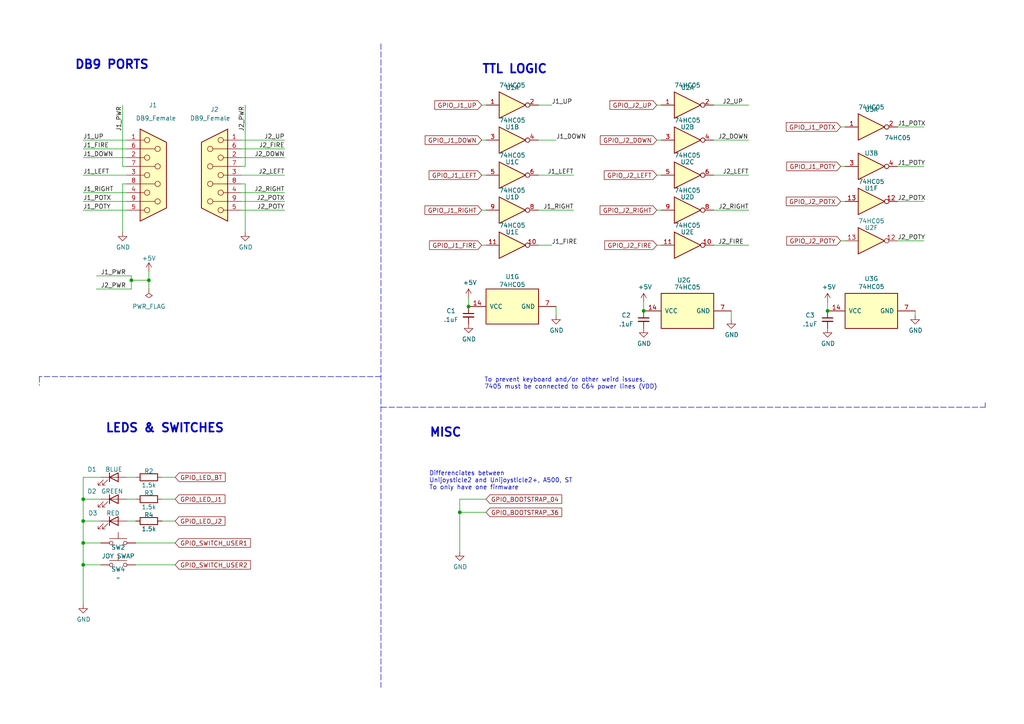
<source format=kicad_sch>
(kicad_sch (version 20211123) (generator eeschema)
  (paper "A4")
  (title_block (title "Unijoysticle 2+") (date "2022-01-02") (rev "H") (company "Retro Moe"))
  (lib_symbols
    (symbol "74xx:74LS05" (pin_names (offset 1.016))
      (property "Reference" "U" (at 0 1.27 0))
      (property "Value" "74LS05" (at 0 -1.27 0))
      (symbol "74LS05_1_0"
        (polyline (pts (xy -3.81 3.81) (xy -3.81 -3.81) (xy 3.81 0) (xy -3.81 3.81)) (stroke (width 0.254)) (fill (type background)))
        (pin input line (at -7.62 0 0) (length 3.81) (name "~") (number "1"))
        (pin open_collector inverted (at 7.62 0 180) (length 3.81) (name "~") (number "2"))
      )
      (symbol "74LS05_2_0"
        (polyline (pts (xy -3.81 3.81) (xy -3.81 -3.81) (xy 3.81 0) (xy -3.81 3.81)) (stroke (width 0.254)) (fill (type background)))
        (pin input line (at -7.62 0 0) (length 3.81) (name "~") (number "3"))
        (pin open_collector inverted (at 7.62 0 180) (length 3.81) (name "~") (number "4"))
      )
      (symbol "74LS05_3_0"
        (polyline (pts (xy -3.81 3.81) (xy -3.81 -3.81) (xy 3.81 0) (xy -3.81 3.81)) (stroke (width 0.254)) (fill (type background)))
        (pin input line (at -7.62 0 0) (length 3.81) (name "~") (number "5"))
        (pin open_collector inverted (at 7.62 0 180) (length 3.81) (name "~") (number "6"))
      )
      (symbol "74LS05_4_0"
        (polyline (pts (xy -3.81 3.81) (xy -3.81 -3.81) (xy 3.81 0) (xy -3.81 3.81)) (stroke (width 0.254)) (fill (type background)))
        (pin open_collector inverted (at 7.62 0 180) (length 3.81) (name "~") (number "8"))
        (pin input line (at -7.62 0 0) (length 3.81) (name "~") (number "9"))
      )
      (symbol "74LS05_5_0"
        (polyline (pts (xy -3.81 3.81) (xy -3.81 -3.81) (xy 3.81 0) (xy -3.81 3.81)) (stroke (width 0.254)) (fill (type background)))
        (pin open_collector inverted (at 7.62 0 180) (length 3.81) (name "~") (number "10"))
        (pin input line (at -7.62 0 0) (length 3.81) (name "~") (number "11"))
      )
      (symbol "74LS05_6_0"
        (polyline (pts (xy -3.81 3.81) (xy -3.81 -3.81) (xy 3.81 0) (xy -3.81 3.81)) (stroke (width 0.254)) (fill (type background)))
        (pin open_collector inverted (at 7.62 0 180) (length 3.81) (name "~") (number "12"))
        (pin input line (at -7.62 0 0) (length 3.81) (name "~") (number "13"))
      )
      (symbol "74LS05_7_0"
        (pin power_in line (at 0 12.7 270) (length 5.08) (name "VCC") (number "14"))
        (pin power_in line (at 0 -12.7 90) (length 5.08) (name "GND") (number "7"))
      )
      (symbol "74LS05_7_1"
        (rectangle (start -5.08 7.62) (end 5.08 -7.62) (stroke (width 0.254)) (fill (type background)))
      )
    )
    (symbol "Connector:DB9_Female" (pin_names (offset 1.016) hide)
      (property "Reference" "J" (at 0 13.97 0))
      (property "Value" "DB9_Female" (at 0 -14.605 0))
      (symbol "DB9_Female_0_1"
        (circle (center -1.778 -10.16) (radius 0.762))
        (circle (center -1.778 -5.08) (radius 0.762))
        (circle (center -1.778 0) (radius 0.762))
        (circle (center -1.778 5.08) (radius 0.762))
        (circle (center -1.778 10.16) (radius 0.762))
        (polyline (pts (xy -3.81 -10.16) (xy -2.54 -10.16)))
        (polyline (pts (xy -3.81 -7.62) (xy 0.508 -7.62)))
        (polyline (pts (xy -3.81 -5.08) (xy -2.54 -5.08)))
        (polyline (pts (xy -3.81 -2.54) (xy 0.508 -2.54)))
        (polyline (pts (xy -3.81 0) (xy -2.54 0)))
        (polyline (pts (xy -3.81 2.54) (xy 0.508 2.54)))
        (polyline (pts (xy -3.81 5.08) (xy -2.54 5.08)))
        (polyline (pts (xy -3.81 7.62) (xy 0.508 7.62)))
        (polyline (pts (xy -3.81 10.16) (xy -2.54 10.16)))
        (polyline (pts (xy -3.81 13.335) (xy -3.81 -13.335) (xy 3.81 -9.525) (xy 3.81 9.525) (xy -3.81 13.335)) (stroke (width 0.254)) (fill (type background)))
        (circle (center 1.27 -7.62) (radius 0.762))
        (circle (center 1.27 -2.54) (radius 0.762))
        (circle (center 1.27 2.54) (radius 0.762))
        (circle (center 1.27 7.62) (radius 0.762))
      )
      (symbol "DB9_Female_1_1"
        (pin passive line (at -7.62 10.16 0) (length 3.81) (name "1") (number "1"))
        (pin passive line (at -7.62 5.08 0) (length 3.81) (name "2") (number "2"))
        (pin passive line (at -7.62 0 0) (length 3.81) (name "3") (number "3"))
        (pin passive line (at -7.62 -5.08 0) (length 3.81) (name "4") (number "4"))
        (pin passive line (at -7.62 -10.16 0) (length 3.81) (name "5") (number "5"))
        (pin passive line (at -7.62 7.62 0) (length 3.81) (name "6") (number "6"))
        (pin passive line (at -7.62 2.54 0) (length 3.81) (name "7") (number "7"))
        (pin passive line (at -7.62 -2.54 0) (length 3.81) (name "8") (number "8"))
        (pin passive line (at -7.62 -7.62 0) (length 3.81) (name "9") (number "9"))
      )
    )
    (symbol "Device:C_Small" (pin_numbers hide) (pin_names (offset 0.254) hide)
      (property "Reference" "C" (at 0.254 1.778 0))
      (property "Value" "C_Small" (at 0.254 -2.032 0))
      (symbol "C_Small_0_1"
        (polyline (pts (xy -1.524 -0.508) (xy 1.524 -0.508)) (stroke (width 0.3302)))
        (polyline (pts (xy -1.524 0.508) (xy 1.524 0.508)) (stroke (width 0.3048)))
      )
      (symbol "C_Small_1_1"
        (pin passive line (at 0 2.54 270) (length 2.032) (name "~") (number "1"))
        (pin passive line (at 0 -2.54 90) (length 2.032) (name "~") (number "2"))
      )
    )
    (symbol "Device:LED" (pin_numbers hide) (pin_names (offset 1.016) hide)
      (property "Reference" "D" (at 0 2.54 0))
      (property "Value" "LED" (at 0 -2.54 0))
      (symbol "LED_0_1"
        (polyline (pts (xy -1.27 -1.27) (xy -1.27 1.27)) (stroke (width 0.254)))
        (polyline (pts (xy -1.27 0) (xy 1.27 0)))
        (polyline (pts (xy 1.27 -1.27) (xy 1.27 1.27) (xy -1.27 0) (xy 1.27 -1.27)) (stroke (width 0.254)))
        (polyline (pts (xy -3.048 -0.762) (xy -4.572 -2.286) (xy -3.81 -2.286) (xy -4.572 -2.286) (xy -4.572 -1.524)))
        (polyline (pts (xy -1.778 -0.762) (xy -3.302 -2.286) (xy -2.54 -2.286) (xy -3.302 -2.286) (xy -3.302 -1.524)))
      )
      (symbol "LED_1_1"
        (pin passive line (at -3.81 0 0) (length 2.54) (name "K") (number "1"))
        (pin passive line (at 3.81 0 180) (length 2.54) (name "A") (number "2"))
      )
    )
    (symbol "Device:R" (pin_numbers hide) (pin_names (offset 0))
      (property "Reference" "R" (at 2.032 0 90))
      (property "Value" "R" (at 0 0 90))
      (symbol "R_0_1"
        (rectangle (start -1.016 -2.54) (end 1.016 2.54) (stroke (width 0.254)))
      )
      (symbol "R_1_1"
        (pin passive line (at 0 3.81 270) (length 1.27) (name "~") (number "1"))
        (pin passive line (at 0 -3.81 90) (length 1.27) (name "~") (number "2"))
      )
    )
    (symbol "Switch:SW_Push" (pin_numbers hide) (pin_names (offset 1.016) hide)
      (property "Reference" "SW" (at 1.27 2.54 0))
      (property "Value" "SW_Push" (at 0 -1.524 0))
      (symbol "SW_Push_0_1"
        (circle (center -2.032 0) (radius 0.508))
        (polyline (pts (xy 0 1.27) (xy 0 3.048)))
        (polyline (pts (xy 2.54 1.27) (xy -2.54 1.27)))
        (circle (center 2.032 0) (radius 0.508))
        (pin passive line (at -5.08 0 0) (length 2.54) (name "1") (number "1"))
        (pin passive line (at 5.08 0 180) (length 2.54) (name "2") (number "2"))
      )
    )
    (symbol "power:+5V" (power) (pin_names (offset 0))
      (property "Value" "+5V" (at 0 3.556 0))
      (symbol "+5V_0_1"
        (polyline (pts (xy -0.762 1.27) (xy 0 2.54)))
        (polyline (pts (xy 0 0) (xy 0 2.54)))
        (polyline (pts (xy 0 2.54) (xy 0.762 1.27)))
      )
      (symbol "+5V_1_1"
        (pin power_in line (at 0 0 90) (length 0) hide (name "+5V") (number "1"))
      )
    )
    (symbol "power:GND" (power) (pin_names (offset 0))
      (property "Value" "GND" (at 0 -3.81 0))
      (symbol "GND_0_1"
        (polyline (pts (xy 0 0) (xy 0 -1.27) (xy 1.27 -1.27) (xy 0 -2.54) (xy -1.27 -1.27) (xy 0 -1.27)))
      )
      (symbol "GND_1_1"
        (pin power_in line (at 0 0 270) (length 0) hide (name "GND") (number "1"))
      )
    )
    (symbol "power:PWR_FLAG" (power) (pin_numbers hide) (pin_names (offset 0) hide)
      (property "Value" "PWR_FLAG" (at 0 3.81 0))
      (symbol "PWR_FLAG_0_0"
        (pin power_out line (at 0 0 90) (length 0) (name "pwr") (number "1"))
      )
      (symbol "PWR_FLAG_0_1"
        (polyline (pts (xy 0 0) (xy 0 1.27) (xy -1.016 1.905) (xy 0 2.54) (xy 1.016 1.905) (xy 0 1.27)))
      )
    )
  )
  (junction (at 24.13 151.13))
  (junction (at 135.89 88.9))
  (junction (at 186.69 90.17))
  (junction (at 24.13 163.83))
  (junction (at 38.1 81.28))
  (junction (at 43.18 81.28))
  (junction (at 24.13 144.78))
  (junction (at 240.03 90.17))
  (junction (at 24.13 157.48))
  (junction (at 133.35 148.59))
  (wire (pts (xy 36.83 45.72) (xy 24.13 45.72)))
  (wire (pts (xy 69.85 60.96) (xy 82.55 60.96)))
  (wire (pts (xy 207.01 50.8) (xy 217.17 50.8)))
  (wire (pts (xy 24.13 144.78) (xy 24.13 151.13)))
  (polyline (pts (xy 11.43 109.22) (xy 11.43 111.76)))
  (wire (pts (xy 36.83 40.64) (xy 24.13 40.64)))
  (wire (pts (xy 24.13 151.13) (xy 24.13 157.48)))
  (wire (pts (xy 69.85 48.26) (xy 71.12 48.26)))
  (wire (pts (xy 38.1 81.28) (xy 38.1 83.82)))
  (wire (pts (xy 69.85 40.64) (xy 82.55 40.64)))
  (polyline (pts (xy 110.49 12.7) (xy 110.49 199.39)))
  (wire (pts (xy 29.21 144.78) (xy 24.13 144.78)))
  (wire (pts (xy 36.83 144.78) (xy 39.37 144.78)))
  (wire (pts (xy 156.21 60.96) (xy 166.37 60.96)))
  (wire (pts (xy 46.99 144.78) (xy 50.8 144.78)))
  (polyline (pts (xy 110.49 118.11) (xy 285.75 118.11)))
  (wire (pts (xy 190.5 71.12) (xy 191.77 71.12)))
  (wire (pts (xy 140.97 30.48) (xy 139.7 30.48)))
  (wire (pts (xy 46.99 138.43) (xy 50.8 138.43)))
  (wire (pts (xy 240.03 90.17) (xy 240.03 87.63)))
  (wire (pts (xy 71.12 53.34) (xy 71.12 67.31)))
  (wire (pts (xy 36.83 60.96) (xy 24.13 60.96)))
  (wire (pts (xy 24.13 151.13) (xy 29.21 151.13)))
  (wire (pts (xy 190.5 50.8) (xy 191.77 50.8)))
  (wire (pts (xy 186.69 90.17) (xy 186.69 87.63)))
  (wire (pts (xy 36.83 138.43) (xy 39.37 138.43)))
  (wire (pts (xy 207.01 30.48) (xy 217.17 30.48)))
  (wire (pts (xy 24.13 157.48) (xy 24.13 163.83)))
  (wire (pts (xy 133.35 148.59) (xy 140.97 148.59)))
  (wire (pts (xy 135.89 88.9) (xy 135.89 86.36)))
  (wire (pts (xy 265.43 90.17) (xy 265.43 91.44)))
  (wire (pts (xy 212.09 90.17) (xy 212.09 92.71)))
  (wire (pts (xy 243.84 58.42) (xy 245.11 58.42)))
  (polyline (pts (xy 285.75 116.84) (xy 285.75 118.11)))
  (wire (pts (xy 35.56 30.48) (xy 35.56 48.26)))
  (wire (pts (xy 39.37 163.83) (xy 50.8 163.83)))
  (wire (pts (xy 207.01 71.12) (xy 217.17 71.12)))
  (wire (pts (xy 243.84 48.26) (xy 245.11 48.26)))
  (wire (pts (xy 140.97 40.64) (xy 139.7 40.64)))
  (wire (pts (xy 260.35 48.26) (xy 267.97 48.26)))
  (polyline (pts (xy 110.49 109.22) (xy 11.43 109.22)))
  (wire (pts (xy 190.5 30.48) (xy 191.77 30.48)))
  (wire (pts (xy 36.83 151.13) (xy 39.37 151.13)))
  (wire (pts (xy 71.12 30.48) (xy 71.12 48.26)))
  (wire (pts (xy 43.18 78.74) (xy 43.18 81.28)))
  (wire (pts (xy 35.56 53.34) (xy 35.56 67.31)))
  (wire (pts (xy 140.97 60.96) (xy 139.7 60.96)))
  (wire (pts (xy 27.94 80.01) (xy 38.1 80.01)))
  (wire (pts (xy 36.83 50.8) (xy 24.13 50.8)))
  (wire (pts (xy 39.37 157.48) (xy 50.8 157.48)))
  (wire (pts (xy 207.01 40.64) (xy 217.17 40.64)))
  (wire (pts (xy 245.11 36.83) (xy 243.84 36.83)))
  (wire (pts (xy 69.85 50.8) (xy 82.55 50.8)))
  (wire (pts (xy 156.21 50.8) (xy 166.37 50.8)))
  (wire (pts (xy 190.5 60.96) (xy 191.77 60.96)))
  (wire (pts (xy 38.1 81.28) (xy 43.18 81.28)))
  (wire (pts (xy 156.21 40.64) (xy 161.29 40.64)))
  (wire (pts (xy 69.85 58.42) (xy 82.55 58.42)))
  (wire (pts (xy 27.94 83.82) (xy 38.1 83.82)))
  (wire (pts (xy 24.13 138.43) (xy 24.13 144.78)))
  (wire (pts (xy 69.85 45.72) (xy 82.55 45.72)))
  (wire (pts (xy 69.85 53.34) (xy 71.12 53.34)))
  (wire (pts (xy 29.21 138.43) (xy 24.13 138.43)))
  (wire (pts (xy 260.35 69.85) (xy 267.97 69.85)))
  (wire (pts (xy 260.35 58.42) (xy 267.97 58.42)))
  (wire (pts (xy 43.18 81.28) (xy 43.18 83.82)))
  (wire (pts (xy 24.13 163.83) (xy 24.13 175.26)))
  (wire (pts (xy 69.85 43.18) (xy 82.55 43.18)))
  (wire (pts (xy 161.29 88.9) (xy 161.29 91.44)))
  (wire (pts (xy 140.97 71.12) (xy 139.7 71.12)))
  (wire (pts (xy 156.21 71.12) (xy 160.02 71.12)))
  (wire (pts (xy 133.35 148.59) (xy 133.35 160.02)))
  (wire (pts (xy 190.5 40.64) (xy 191.77 40.64)))
  (wire (pts (xy 260.35 36.83) (xy 267.97 36.83)))
  (wire (pts (xy 36.83 58.42) (xy 24.13 58.42)))
  (wire (pts (xy 24.13 157.48) (xy 29.21 157.48)))
  (wire (pts (xy 46.99 151.13) (xy 50.8 151.13)))
  (wire (pts (xy 36.83 48.26) (xy 35.56 48.26)))
  (wire (pts (xy 36.83 55.88) (xy 24.13 55.88)))
  (wire (pts (xy 36.83 43.18) (xy 24.13 43.18)))
  (wire (pts (xy 69.85 55.88) (xy 82.55 55.88)))
  (wire (pts (xy 38.1 80.01) (xy 38.1 81.28)))
  (wire (pts (xy 243.84 69.85) (xy 245.11 69.85)))
  (wire (pts (xy 140.97 144.78) (xy 133.35 144.78)))
  (wire (pts (xy 36.83 53.34) (xy 35.56 53.34)))
  (wire (pts (xy 156.21 30.48) (xy 160.02 30.48)))
  (wire (pts (xy 133.35 144.78) (xy 133.35 148.59)))
  (wire (pts (xy 140.97 50.8) (xy 139.7 50.8)))
  (wire (pts (xy 207.01 60.96) (xy 217.17 60.96)))
  (wire (pts (xy 24.13 163.83) (xy 29.21 163.83)))
  (text "LEDS & SWITCHES" (at 30.48 125.73 0) (effects (font (size 2.4892 2.4892) (thickness 0.4978) bold) (justify left bottom)))
  (text "To prevent keyboard and/or other weird issues,\n7405 must be connected to C64 power lines (VDD)" (at 140.462 113.03 0) (effects (font (size 1.27 1.27)) (justify left bottom)))
  (text "DB9 PORTS" (at 21.59 20.32 0) (effects (font (size 2.4892 2.4892) (thickness 0.4978) bold) (justify left bottom)))
  (text "TTL LOGIC" (at 139.7 21.59 0) (effects (font (size 2.4892 2.4892) (thickness 0.4978) bold) (justify left bottom)))
  (text "MISC" (at 124.46 127 0) (effects (font (size 2.4892 2.4892) (thickness 0.4978) bold) (justify left bottom)))
  (text "Differenciates between\nUnijoysticle2 and Unijoysticle2+, A500, ST\nTo only have one firmware" (at 124.46 142.24 0) (effects (font (size 1.27 1.27)) (justify left bottom)))
  (label "J2_UP" (at 209.55 30.48 0))
  (label "J2_POTY" (at 82.55 60.96 180))
  (label "J1_RIGHT" (at 166.37 60.96 180))
  (label "J1_PWR" (at 35.56 38.1 90))
  (label "J2_RIGHT" (at 82.55 55.88 180))
  (label "J2_RIGHT" (at 217.17 60.96 180))
  (label "J1_FIRE" (at 160.02 71.12 0))
  (label "J2_LEFT" (at 82.55 50.8 180))
  (label "J1_UP" (at 160.02 30.48 0))
  (label "J1_LEFT" (at 24.13 50.8 0))
  (label "J1_DOWN" (at 24.13 45.72 0))
  (label "J1_POTY" (at 24.13 60.96 0))
  (label "J1_DOWN" (at 161.29 40.64 0))
  (label "J1_POTX" (at 24.13 58.42 0))
  (label "J1_RIGHT" (at 24.13 55.88 0))
  (label "J1_UP" (at 24.13 40.64 0))
  (label "J2_DOWN" (at 82.55 45.72 180))
  (label "J2_LEFT" (at 217.17 50.8 180))
  (label "J1_FIRE" (at 24.13 43.18 0))
  (label "J2_FIRE" (at 82.55 43.18 180))
  (label "J1_POTX" (at 260.35 36.83 0))
  (label "J2_POTY" (at 260.35 69.85 0))
  (label "J2_POTX" (at 82.55 58.42 180))
  (label "J2_DOWN" (at 208.28 40.64 0))
  (label "J2_PWR" (at 29.21 83.82 0))
  (label "J1_PWR" (at 29.21 80.01 0))
  (label "J2_POTX" (at 260.35 58.42 0))
  (label "J2_UP" (at 82.55 40.64 180))
  (label "J1_POTY" (at 260.35 48.26 0))
  (label "J2_PWR" (at 71.12 38.1 90))
  (label "J1_LEFT" (at 166.37 50.8 180))
  (label "J2_FIRE" (at 208.28 71.12 0))
  (global_label "GPIO_LED_J2" (shape input) (at 50.8 151.13 0) (property "Intersheet References" "${INTERSHEET_REFS}" (effects hide)))
  (global_label "GPIO_J2_LEFT" (shape input) (at 190.5 50.8 180) (property "Intersheet References" "${INTERSHEET_REFS}" (effects hide)))
  (global_label "GPIO_SWITCH_USER2" (shape input) (at 50.8 163.83 0) (property "Intersheet References" "${INTERSHEET_REFS}" (effects hide)))
  (global_label "GPIO_J1_POTY" (shape input) (at 243.84 48.26 180) (property "Intersheet References" "${INTERSHEET_REFS}" (effects hide)))
  (global_label "GPIO_J2_POTX" (shape input) (at 243.84 58.42 180) (property "Intersheet References" "${INTERSHEET_REFS}" (effects hide)))
  (global_label "GPIO_J1_LEFT" (shape input) (at 139.7 50.8 180) (property "Intersheet References" "${INTERSHEET_REFS}" (effects hide)))
  (global_label "GPIO_BOOTSTRAP_36" (shape input) (at 140.97 148.59 0) (property "Intersheet References" "${INTERSHEET_REFS}" (effects hide)))
  (global_label "GPIO_J2_DOWN" (shape input) (at 190.5 40.64 180) (property "Intersheet References" "${INTERSHEET_REFS}" (effects hide)))
  (global_label "GPIO_J1_UP" (shape input) (at 139.7 30.48 180) (property "Intersheet References" "${INTERSHEET_REFS}" (effects hide)))
  (global_label "GPIO_SWITCH_USER1" (shape input) (at 50.8 157.48 0) (property "Intersheet References" "${INTERSHEET_REFS}" (effects hide)))
  (global_label "GPIO_J1_DOWN" (shape input) (at 139.7 40.64 180) (property "Intersheet References" "${INTERSHEET_REFS}" (effects hide)))
  (global_label "GPIO_LED_J1" (shape input) (at 50.8 144.78 0) (property "Intersheet References" "${INTERSHEET_REFS}" (effects hide)))
  (global_label "GPIO_J1_FIRE" (shape input) (at 139.7 71.12 180) (property "Intersheet References" "${INTERSHEET_REFS}" (effects hide)))
  (global_label "GPIO_J2_FIRE" (shape input) (at 190.5 71.12 180) (property "Intersheet References" "${INTERSHEET_REFS}" (effects hide)))
  (global_label "GPIO_J2_POTY" (shape input) (at 243.84 69.85 180) (property "Intersheet References" "${INTERSHEET_REFS}" (effects hide)))
  (global_label "GPIO_J1_POTX" (shape input) (at 243.84 36.83 180) (property "Intersheet References" "${INTERSHEET_REFS}" (effects hide)))
  (global_label "GPIO_BOOTSTRAP_04" (shape input) (at 140.97 144.78 0) (property "Intersheet References" "${INTERSHEET_REFS}" (effects hide)))
  (global_label "GPIO_LED_BT" (shape input) (at 50.8 138.43 0) (property "Intersheet References" "${INTERSHEET_REFS}" (effects hide)))
  (global_label "GPIO_J2_UP" (shape input) (at 190.5 30.48 180) (property "Intersheet References" "${INTERSHEET_REFS}" (effects hide)))
  (global_label "GPIO_J1_RIGHT" (shape input) (at 139.7 60.96 180) (property "Intersheet References" "${INTERSHEET_REFS}" (effects hide)))
  (global_label "GPIO_J2_RIGHT" (shape input) (at 190.5 60.96 180) (property "Intersheet References" "${INTERSHEET_REFS}" (effects hide)))
  (symbol (lib_id "power:GND") (at 212.09 92.71 0) (unit 1)
    (property "Reference" "#PWR08" (effects hide))
    (property "Value" "GND" (at 212.217 97.1042 0))
  )
  (symbol (lib_id "power:GND") (at 161.29 91.44 0) (unit 1)
    (property "Reference" "#PWR04" (effects hide))
    (property "Value" "GND" (at 161.417 95.8342 0))
  )
  (symbol (lib_id "Connector:DB9_Female") (at 44.45 50.8 0) (unit 1)
    (property "Reference" "J1" (at 43.18 30.48 0) (effects (justify left)))
    (property "Value" "DB9_Female" (at 39.37 34.29 0) (effects (justify left)))
    (property "Footprint" "Connector_Dsub:DSUB-9_Female_Horizontal_P2.77x2.54mm_EdgePinOffset9.40mm" (effects hide))
    (property "Datasheet" " ~" (effects hide))
  )
  (symbol (lib_id "Connector:DB9_Female") (at 62.23 50.8 0) (mirror y) (unit 1)
    (property "Reference" "J2" (at 62.23 31.75 0))
    (property "Value" "DB9_Female" (at 60.96 34.29 0))
    (property "Footprint" "Connector_Dsub:DSUB-9_Female_Horizontal_P2.77x2.54mm_EdgePinOffset9.40mm" (effects hide))
    (property "Datasheet" " ~" (effects hide))
  )
  (symbol (lib_id "power:GND") (at 35.56 67.31 0) (unit 1)
    (property "Reference" "#PWR03" (effects hide))
    (property "Value" "GND" (at 35.687 71.7042 0))
  )
  (symbol (lib_id "power:GND") (at 71.12 67.31 0) (unit 1)
    (property "Reference" "#PWR05" (effects hide))
    (property "Value" "GND" (at 71.247 71.7042 0))
  )
  (symbol (lib_id "74xx:74LS05") (at 148.59 30.48 0) (unit 1)
    (property "Reference" "U1" (at 148.59 25.4 0))
    (property "Value" "74HC05" (at 148.59 24.7396 0))
    (property "Footprint" "Package_SO:SOIC-14_3.9x8.7mm_P1.27mm" (effects hide))
    (property "Datasheet" "http://www.ti.com/lit/gpn/sn74LS05" (effects hide))
  )
  (symbol (lib_id "74xx:74LS05") (at 148.59 40.64 0) (unit 2)
    (property "Reference" "U1" (at 148.59 36.83 0))
    (property "Value" "74HC05" (at 148.59 34.8996 0))
    (property "Footprint" "Package_SO:SOIC-14_3.9x8.7mm_P1.27mm" (effects hide))
    (property "Datasheet" "http://www.ti.com/lit/gpn/sn74LS05" (effects hide))
  )
  (symbol (lib_id "74xx:74LS05") (at 148.59 50.8 0) (unit 3)
    (property "Reference" "U1" (at 148.59 46.99 0))
    (property "Value" "74HC05" (at 148.59 45.0596 0))
    (property "Footprint" "Package_SO:SOIC-14_3.9x8.7mm_P1.27mm" (effects hide))
    (property "Datasheet" "http://www.ti.com/lit/gpn/sn74LS05" (effects hide))
  )
  (symbol (lib_id "74xx:74LS05") (at 148.59 60.96 0) (unit 4)
    (property "Reference" "U1" (at 148.59 57.15 0))
    (property "Value" "74HC05" (at 148.59 55.2196 0))
    (property "Footprint" "Package_SO:SOIC-14_3.9x8.7mm_P1.27mm" (effects hide))
    (property "Datasheet" "http://www.ti.com/lit/gpn/sn74LS05" (effects hide))
  )
  (symbol (lib_id "74xx:74LS05") (at 148.59 71.12 0) (unit 5)
    (property "Reference" "U1" (at 148.59 67.31 0))
    (property "Value" "74HC05" (at 148.59 65.3796 0))
    (property "Footprint" "Package_SO:SOIC-14_3.9x8.7mm_P1.27mm" (effects hide))
    (property "Datasheet" "http://www.ti.com/lit/gpn/sn74LS05" (effects hide))
  )
  (symbol (lib_id "74xx:74LS05") (at 148.59 88.9 90) (unit 7)
    (property "Reference" "U1" (at 150.622 80.264 90) (effects (justify left)))
    (property "Value" "74HC05" (at 152.4 82.55 90) (effects (justify left)))
    (property "Footprint" "Package_SO:SOIC-14_3.9x8.7mm_P1.27mm" (effects hide))
    (property "Datasheet" "http://www.ti.com/lit/gpn/sn74LS05" (effects hide))
    (property "LCSC" "C7640" (effects hide))
  )
  (symbol (lib_id "74xx:74LS05") (at 199.39 30.48 0) (unit 1)
    (property "Reference" "U2" (at 199.39 25.4 0))
    (property "Value" "74HC05" (at 199.39 24.7396 0))
    (property "Footprint" "Package_SO:SOIC-14_3.9x8.7mm_P1.27mm" (effects hide))
    (property "Datasheet" "http://www.ti.com/lit/gpn/sn74LS05" (effects hide))
  )
  (symbol (lib_id "74xx:74LS05") (at 199.39 40.64 0) (unit 2)
    (property "Reference" "U2" (at 199.39 36.83 0))
    (property "Value" "74HC05" (at 199.39 34.8996 0))
    (property "Footprint" "Package_SO:SOIC-14_3.9x8.7mm_P1.27mm" (effects hide))
    (property "Datasheet" "http://www.ti.com/lit/gpn/sn74LS05" (effects hide))
  )
  (symbol (lib_id "74xx:74LS05") (at 199.39 50.8 0) (unit 3)
    (property "Reference" "U2" (at 199.39 46.99 0))
    (property "Value" "74HC05" (at 199.39 45.0596 0))
    (property "Footprint" "Package_SO:SOIC-14_3.9x8.7mm_P1.27mm" (effects hide))
    (property "Datasheet" "http://www.ti.com/lit/gpn/sn74LS05" (effects hide))
  )
  (symbol (lib_id "74xx:74LS05") (at 199.39 60.96 0) (unit 4)
    (property "Reference" "U2" (at 199.39 57.15 0))
    (property "Value" "74HC05" (at 199.39 55.2196 0))
    (property "Footprint" "Package_SO:SOIC-14_3.9x8.7mm_P1.27mm" (effects hide))
    (property "Datasheet" "http://www.ti.com/lit/gpn/sn74LS05" (effects hide))
  )
  (symbol (lib_id "74xx:74LS05") (at 199.39 71.12 0) (unit 5)
    (property "Reference" "U2" (at 199.39 67.31 0))
    (property "Value" "74HC05" (at 199.39 65.3796 0))
    (property "Footprint" "Package_SO:SOIC-14_3.9x8.7mm_P1.27mm" (effects hide))
    (property "Datasheet" "http://www.ti.com/lit/gpn/sn74LS05" (effects hide))
  )
  (symbol (lib_id "74xx:74LS05") (at 252.73 58.42 0) (unit 6)
    (property "Reference" "U1" (at 252.73 54.61 0))
    (property "Value" "74HC05" (at 252.73 52.6796 0))
    (property "Footprint" "Package_SO:SOIC-14_3.9x8.7mm_P1.27mm" (effects hide))
    (property "Datasheet" "http://www.ti.com/lit/gpn/sn74LS05" (effects hide))
  )
  (symbol (lib_id "74xx:74LS05") (at 252.73 69.85 0) (unit 6)
    (property "Reference" "U2" (at 252.73 66.04 0))
    (property "Value" "74HC05" (at 252.73 64.1096 0))
    (property "Footprint" "Package_SO:SOIC-14_3.9x8.7mm_P1.27mm" (effects hide))
    (property "Datasheet" "http://www.ti.com/lit/gpn/sn74LS05" (effects hide))
  )
  (symbol (lib_id "74xx:74LS05") (at 199.39 90.17 90) (unit 7)
    (property "Reference" "U2" (at 200.406 81.28 90) (effects (justify left)))
    (property "Value" "74HC05" (at 203.2 83.312 90) (effects (justify left)))
    (property "Footprint" "Package_SO:SOIC-14_3.9x8.7mm_P1.27mm" (effects hide))
    (property "Datasheet" "http://www.ti.com/lit/gpn/sn74LS05" (effects hide))
    (property "LCSC" "C7640" (effects hide))
  )
  (symbol (lib_id "Device:LED") (at 33.02 144.78 0) (unit 1)
    (property "Reference" "D2" (at 26.67 142.494 0))
    (property "Value" "GREEN" (at 32.512 142.494 0))
    (property "Footprint" "LED_SMD:LED_0805_2012Metric_Pad1.15x1.40mm_HandSolder" (effects hide))
    (property "LCSC" "C2297" (effects hide))
  )
  (symbol (lib_id "Device:LED") (at 33.02 151.13 0) (unit 1)
    (property "Reference" "D3" (at 26.924 148.844 0))
    (property "Value" "RED" (at 32.766 148.844 0))
    (property "Footprint" "LED_SMD:LED_0805_2012Metric_Pad1.15x1.40mm_HandSolder" (effects hide))
    (property "LCSC" "C84256" (effects hide))
  )
  (symbol (lib_id "Switch:SW_Push") (at 34.29 157.48 0) (unit 1)
    (property "Reference" "SW2" (at 34.29 158.75 0))
    (property "Value" "JOY SWAP" (at 34.29 161.29 0))
    (property "Footprint" "Button_Switch_THT:SW_Tactile_SPST_Angled_PTS645Vx39-2LFS" (effects hide))
  )
  (symbol (lib_id "Device:R") (at 43.18 144.78 90) (unit 1)
    (property "Reference" "R3" (at 43.18 143.002 90))
    (property "Value" "1.5k" (at 43.18 147.066 90))
    (property "Footprint" "Resistor_SMD:R_0805_2012Metric_Pad1.20x1.40mm_HandSolder" (effects hide))
    (property "LCSC" "C4310" (effects hide))
  )
  (symbol (lib_id "power:GND") (at 24.13 175.26 0) (unit 1)
    (property "Reference" "#PWR017" (effects hide))
    (property "Value" "GND" (at 24.257 179.6542 0))
  )
  (symbol (lib_id "Device:C_Small") (at 240.03 92.71 0) (unit 1)
    (property "Reference" "C3" (at 234.95 91.44 0))
    (property "Value" ".1uF" (at 234.95 93.98 0))
    (property "Footprint" "Capacitor_SMD:C_0805_2012Metric_Pad1.18x1.45mm_HandSolder" (effects hide))
    (property "LCSC" "C49678" (effects hide))
  )
  (symbol (lib_id "Device:C_Small") (at 186.69 92.71 0) (unit 1)
    (property "Reference" "C2" (at 181.61 91.44 0))
    (property "Value" ".1uF" (at 181.61 93.98 0))
    (property "Footprint" "Capacitor_SMD:C_0805_2012Metric_Pad1.18x1.45mm_HandSolder" (effects hide))
    (property "LCSC" "C49678" (effects hide))
  )
  (symbol (lib_id "Device:C_Small") (at 135.89 91.44 0) (unit 1)
    (property "Reference" "C1" (at 130.81 90.17 0))
    (property "Value" ".1uF" (at 130.81 92.71 0))
    (property "Footprint" "Capacitor_SMD:C_0805_2012Metric_Pad1.18x1.45mm_HandSolder" (effects hide))
    (property "LCSC" "C49678" (effects hide))
  )
  (symbol (lib_id "power:GND") (at 240.03 95.25 0) (unit 1)
    (property "Reference" "#PWR012" (effects hide))
    (property "Value" "GND" (at 240.157 99.6442 0))
  )
  (symbol (lib_id "power:GND") (at 186.69 95.25 0) (unit 1)
    (property "Reference" "#PWR07" (effects hide))
    (property "Value" "GND" (at 186.817 99.6442 0))
  )
  (symbol (lib_id "power:GND") (at 135.89 93.98 0) (unit 1)
    (property "Reference" "#PWR02" (effects hide))
    (property "Value" "GND" (at 136.017 98.3742 0))
  )
  (symbol (lib_id "Device:LED") (at 33.02 138.43 0) (unit 1)
    (property "Reference" "D1" (at 26.67 136.144 0))
    (property "Value" "BLUE" (at 33.02 136.144 0))
    (property "Footprint" "LED_SMD:LED_0805_2012Metric_Pad1.15x1.40mm_HandSolder" (effects hide))
    (property "LCSC" "C389525" (effects hide))
  )
  (symbol (lib_id "Device:R") (at 43.18 138.43 90) (unit 1)
    (property "Reference" "R2" (at 43.18 136.652 90))
    (property "Value" "1.5k" (at 43.18 140.716 90))
    (property "Footprint" "Resistor_SMD:R_0805_2012Metric_Pad1.20x1.40mm_HandSolder" (effects hide))
    (property "LCSC" "C4310" (effects hide))
  )
  (symbol (lib_id "Device:R") (at 43.18 151.13 90) (unit 1)
    (property "Reference" "R4" (at 43.18 149.352 90))
    (property "Value" "1.5k" (at 43.18 153.416 90))
    (property "Footprint" "Resistor_SMD:R_0805_2012Metric_Pad1.20x1.40mm_HandSolder" (effects hide))
    (property "LCSC" "C4310" (effects hide))
  )
  (symbol (lib_id "power:+5V") (at 240.03 87.63 0) (unit 1)
    (property "Reference" "#PWR0110" (effects hide))
    (property "Value" "+5V" (at 240.411 83.2358 0))
  )
  (symbol (lib_id "power:+5V") (at 186.69 87.63 0) (unit 1)
    (property "Reference" "#PWR0111" (effects hide))
    (property "Value" "+5V" (at 187.071 83.2358 0))
  )
  (symbol (lib_id "power:+5V") (at 135.89 86.36 0) (unit 1)
    (property "Reference" "#PWR0112" (effects hide))
    (property "Value" "+5V" (at 136.271 81.9658 0))
  )
  (symbol (lib_id "74xx:74LS05") (at 252.73 36.83 0) (unit 1)
    (property "Reference" "U3" (at 252.73 31.75 0))
    (property "Value" "74HC05" (at 252.73 31.0896 0))
    (property "Footprint" "Package_SO:SOIC-14_3.9x8.7mm_P1.27mm" (effects hide))
    (property "Datasheet" "http://www.ti.com/lit/gpn/sn74LS05" (effects hide))
  )
  (symbol (lib_id "74xx:74LS05") (at 252.73 48.26 0) (unit 2)
    (property "Reference" "U3" (at 252.73 44.45 0))
    (property "Value" "74HC05" (at 260.35 39.9796 0))
    (property "Footprint" "Package_SO:SOIC-14_3.9x8.7mm_P1.27mm" (effects hide))
    (property "Datasheet" "http://www.ti.com/lit/gpn/sn74LS05" (effects hide))
  )
  (symbol (lib_id "74xx:74LS05") (at 252.73 90.17 90) (unit 7)
    (property "Reference" "U3" (at 252.73 80.8482 90))
    (property "Value" "74HC05" (at 252.73 83.1596 90))
    (property "Footprint" "Package_SO:SOIC-14_3.9x8.7mm_P1.27mm" (effects hide))
    (property "Datasheet" "http://www.ti.com/lit/gpn/sn74LS05" (effects hide))
  )
  (symbol (lib_id "power:GND") (at 265.43 91.44 0) (unit 1)
    (property "Reference" "#PWR014" (effects hide))
    (property "Value" "GND" (at 265.557 95.8342 0))
  )
  (symbol (lib_id "Switch:SW_Push") (at 34.29 163.83 0) (unit 1)
    (property "Reference" "SW4" (at 34.29 165.1 0))
    (property "Value" "~" (at 34.29 167.64 0))
  )
  (symbol (lib_id "power:GND") (at 133.35 160.02 0) (unit 1)
    (property "Reference" "#PWR06" (effects hide))
    (property "Value" "GND" (at 133.477 164.4142 0))
  )
  (symbol (lib_id "power:PWR_FLAG") (at 43.18 83.82 180) (unit 1)
    (property "Reference" "#FLG0102" (effects hide))
    (property "Value" "PWR_FLAG" (at 43.18 88.9 0))
  )
  (symbol (lib_id "power:+5V") (at 43.18 78.74 0) (unit 1)
    (property "Reference" "#PWR0115" (effects hide))
    (property "Value" "+5V" (at 43.18 74.93 0))
  )
)
</source>
